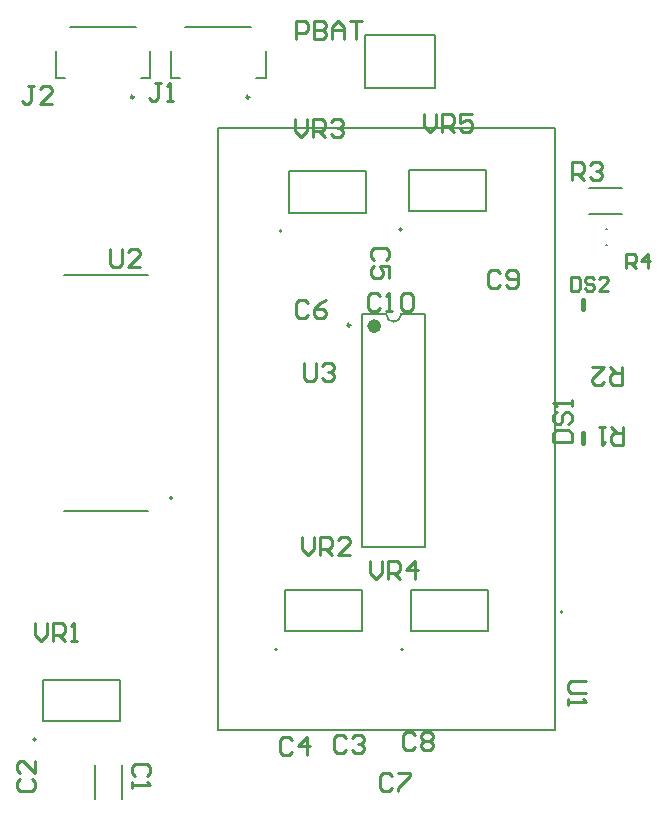
<source format=gto>
G04*
G04 #@! TF.GenerationSoftware,Altium Limited,Altium Designer,22.1.2 (22)*
G04*
G04 Layer_Color=65535*
%FSLAX42Y42*%
%MOMM*%
G71*
G04*
G04 #@! TF.SameCoordinates,3311E10D-72A5-427B-B7FE-1BE08177FCE0*
G04*
G04*
G04 #@! TF.FilePolarity,Positive*
G04*
G01*
G75*
%ADD10C,0.20*%
%ADD11C,0.25*%
%ADD12C,0.60*%
%ADD13C,0.13*%
%ADD14C,0.40*%
%ADD15C,0.25*%
D10*
X5000Y2108D02*
G03*
X5000Y2108I-10J0D01*
G01*
X3505Y4630D02*
G03*
X3632Y4630I63J0D01*
G01*
X538Y1029D02*
G03*
X538Y1029I-10J0D01*
G01*
X3650Y1791D02*
G03*
X3650Y1791I-10J0D01*
G01*
X2583D02*
G03*
X2583Y1791I-10J0D01*
G01*
X1693Y3073D02*
G03*
X1693Y3073I-10J0D01*
G01*
X3637Y5347D02*
G03*
X3637Y5347I-10J0D01*
G01*
X2621Y5334D02*
G03*
X2621Y5334I-10J0D01*
G01*
X1803Y7058D02*
X2363D01*
X2483Y6633D02*
Y6858D01*
X2403Y6633D02*
X2483D01*
X1683D02*
X1763D01*
X1683D02*
Y6858D01*
X825Y7058D02*
X1385D01*
X1505Y6633D02*
Y6858D01*
X1425Y6633D02*
X1505D01*
X705D02*
X785D01*
X705D02*
Y6858D01*
X5364Y5348D02*
X5374D01*
X5364Y5218D02*
X5374D01*
X3324Y6544D02*
X3915D01*
Y6994D01*
X3324Y6544D02*
Y6994D01*
X3915D01*
X3304Y2660D02*
X3834D01*
X3632Y4630D02*
X3834D01*
X3304D02*
X3505D01*
X3834Y2660D02*
Y4630D01*
X3304Y2660D02*
Y4630D01*
X1269Y523D02*
Y815D01*
X1043Y523D02*
Y815D01*
X5219Y5696D02*
X5500D01*
X5219Y5480D02*
X5500D01*
D11*
X2345Y6468D02*
G03*
X2345Y6468I-12J0D01*
G01*
X1367D02*
G03*
X1367Y6468I-12J0D01*
G01*
X3200Y4537D02*
G03*
X3200Y4537I-12J0D01*
G01*
D12*
X3434Y4530D02*
G03*
X3434Y4530I-30J0D01*
G01*
D13*
X2082Y1112D02*
Y6207D01*
X4933D01*
X2082Y1112D02*
X4933D01*
Y6207D01*
X3826Y1112D02*
X4933D01*
X3155D02*
X3826D01*
X2082D02*
X3155D01*
X4933D02*
Y6207D01*
X2082Y1112D02*
Y6207D01*
X4396D02*
X4933D01*
X2627D02*
X4396D01*
X2082D02*
X2627D01*
X602Y1184D02*
Y1534D01*
X1252D01*
Y1184D02*
Y1534D01*
X602Y1184D02*
X1252D01*
X3713Y1946D02*
Y2296D01*
X4364D01*
Y1946D02*
Y2296D01*
X3713Y1946D02*
X4364D01*
X2647D02*
Y2296D01*
X3297D01*
Y1946D02*
Y2296D01*
X2647Y1946D02*
X3297D01*
X775Y2962D02*
X1485D01*
X775Y4962D02*
X1485D01*
X3701Y5502D02*
Y5852D01*
X4351D01*
Y5502D02*
Y5852D01*
X3701Y5502D02*
X4351D01*
X2685Y5489D02*
Y5839D01*
X3335D01*
Y5489D02*
Y5839D01*
X2685Y5489D02*
X3335D01*
D14*
X5169Y4672D02*
Y4752D01*
Y3541D02*
Y3621D01*
D15*
X2794Y2743D02*
Y2642D01*
X2845Y2591D01*
X2896Y2642D01*
Y2743D01*
X2946Y2591D02*
Y2743D01*
X3023D01*
X3048Y2718D01*
Y2667D01*
X3023Y2642D01*
X2946D01*
X2997D02*
X3048Y2591D01*
X3200D02*
X3099D01*
X3200Y2692D01*
Y2718D01*
X3175Y2743D01*
X3124D01*
X3099Y2718D01*
X5066Y4949D02*
Y4830D01*
X5126D01*
X5146Y4850D01*
Y4929D01*
X5126Y4949D01*
X5066D01*
X5266Y4929D02*
X5246Y4949D01*
X5206D01*
X5186Y4929D01*
Y4910D01*
X5206Y4890D01*
X5246D01*
X5266Y4870D01*
Y4850D01*
X5246Y4830D01*
X5206D01*
X5186Y4850D01*
X5386Y4830D02*
X5306D01*
X5386Y4910D01*
Y4929D01*
X5366Y4949D01*
X5326D01*
X5306Y4929D01*
X5539Y5020D02*
Y5140D01*
X5599D01*
X5619Y5120D01*
Y5080D01*
X5599Y5060D01*
X5539D01*
X5579D02*
X5619Y5020D01*
X5719D02*
Y5140D01*
X5659Y5080D01*
X5739D01*
X4921Y3547D02*
X5074D01*
Y3623D01*
X5048Y3649D01*
X4947D01*
X4921Y3623D01*
Y3547D01*
X4947Y3801D02*
X4921Y3776D01*
Y3725D01*
X4947Y3699D01*
X4972D01*
X4997Y3725D01*
Y3776D01*
X5023Y3801D01*
X5048D01*
X5074Y3776D01*
Y3725D01*
X5048Y3699D01*
X5074Y3852D02*
Y3903D01*
Y3877D01*
X4921D01*
X4947Y3852D01*
X3823Y6325D02*
Y6223D01*
X3874Y6172D01*
X3924Y6223D01*
Y6325D01*
X3975Y6172D02*
Y6325D01*
X4051D01*
X4077Y6299D01*
Y6248D01*
X4051Y6223D01*
X3975D01*
X4026D02*
X4077Y6172D01*
X4229Y6325D02*
X4127D01*
Y6248D01*
X4178Y6274D01*
X4204D01*
X4229Y6248D01*
Y6198D01*
X4204Y6172D01*
X4153D01*
X4127Y6198D01*
X3366Y2540D02*
Y2438D01*
X3416Y2388D01*
X3467Y2438D01*
Y2540D01*
X3518Y2388D02*
Y2540D01*
X3594D01*
X3619Y2515D01*
Y2464D01*
X3594Y2438D01*
X3518D01*
X3569D02*
X3619Y2388D01*
X3746D02*
Y2540D01*
X3670Y2464D01*
X3772D01*
X2731Y6286D02*
Y6185D01*
X2781Y6134D01*
X2832Y6185D01*
Y6286D01*
X2883Y6134D02*
Y6286D01*
X2959D01*
X2984Y6261D01*
Y6210D01*
X2959Y6185D01*
X2883D01*
X2934D02*
X2984Y6134D01*
X3035Y6261D02*
X3061Y6286D01*
X3111D01*
X3137Y6261D01*
Y6236D01*
X3111Y6210D01*
X3086D01*
X3111D01*
X3137Y6185D01*
Y6160D01*
X3111Y6134D01*
X3061D01*
X3035Y6160D01*
X535Y2015D02*
Y1914D01*
X585Y1863D01*
X636Y1914D01*
Y2015D01*
X687Y1863D02*
Y2015D01*
X763D01*
X789Y1990D01*
Y1939D01*
X763Y1914D01*
X687D01*
X738D02*
X789Y1863D01*
X839D02*
X890D01*
X865D01*
Y2015D01*
X839Y1990D01*
X2807Y4216D02*
Y4089D01*
X2832Y4064D01*
X2883D01*
X2908Y4089D01*
Y4216D01*
X2959Y4191D02*
X2984Y4216D01*
X3035D01*
X3061Y4191D01*
Y4166D01*
X3035Y4140D01*
X3010D01*
X3035D01*
X3061Y4115D01*
Y4089D01*
X3035Y4064D01*
X2984D01*
X2959Y4089D01*
X1168Y5182D02*
Y5055D01*
X1194Y5029D01*
X1245D01*
X1270Y5055D01*
Y5182D01*
X1422Y5029D02*
X1321D01*
X1422Y5131D01*
Y5156D01*
X1397Y5182D01*
X1346D01*
X1321Y5156D01*
X5194Y1524D02*
X5067D01*
X5042Y1499D01*
Y1448D01*
X5067Y1422D01*
X5194D01*
X5042Y1372D02*
Y1321D01*
Y1346D01*
X5194D01*
X5169Y1372D01*
X5080Y5766D02*
Y5918D01*
X5156D01*
X5182Y5893D01*
Y5842D01*
X5156Y5817D01*
X5080D01*
X5131D02*
X5182Y5766D01*
X5232Y5893D02*
X5258Y5918D01*
X5309D01*
X5334Y5893D01*
Y5867D01*
X5309Y5842D01*
X5283D01*
X5309D01*
X5334Y5817D01*
Y5791D01*
X5309Y5766D01*
X5258D01*
X5232Y5791D01*
X5500Y4185D02*
Y4032D01*
X5424D01*
X5399Y4058D01*
Y4108D01*
X5424Y4134D01*
X5500D01*
X5450D02*
X5399Y4185D01*
X5246D02*
X5348D01*
X5246Y4083D01*
Y4058D01*
X5272Y4032D01*
X5323D01*
X5348Y4058D01*
X5513Y3677D02*
Y3524D01*
X5437D01*
X5412Y3550D01*
Y3600D01*
X5437Y3626D01*
X5513D01*
X5462D02*
X5412Y3677D01*
X5361D02*
X5310D01*
X5335D01*
Y3524D01*
X5361Y3550D01*
X2743Y6960D02*
Y7112D01*
X2819D01*
X2845Y7087D01*
Y7036D01*
X2819Y7010D01*
X2743D01*
X2896Y7112D02*
Y6960D01*
X2972D01*
X2997Y6985D01*
Y7010D01*
X2972Y7036D01*
X2896D01*
X2972D01*
X2997Y7061D01*
Y7087D01*
X2972Y7112D01*
X2896D01*
X3048Y6960D02*
Y7061D01*
X3099Y7112D01*
X3150Y7061D01*
Y6960D01*
Y7036D01*
X3048D01*
X3200Y7112D02*
X3302D01*
X3251D01*
Y6960D01*
X521Y6566D02*
X470D01*
X495D01*
Y6439D01*
X470Y6414D01*
X445D01*
X419Y6439D01*
X673Y6414D02*
X571D01*
X673Y6515D01*
Y6540D01*
X648Y6566D01*
X597D01*
X571Y6540D01*
X1600Y6591D02*
X1549D01*
X1575D01*
Y6464D01*
X1549Y6439D01*
X1524D01*
X1499Y6464D01*
X1651Y6439D02*
X1702D01*
X1676D01*
Y6591D01*
X1651Y6566D01*
X3454Y4788D02*
X3429Y4813D01*
X3378D01*
X3353Y4788D01*
Y4686D01*
X3378Y4661D01*
X3429D01*
X3454Y4686D01*
X3505Y4661D02*
X3556D01*
X3531D01*
Y4813D01*
X3505Y4788D01*
X3632D02*
X3658Y4813D01*
X3708D01*
X3734Y4788D01*
Y4686D01*
X3708Y4661D01*
X3658D01*
X3632Y4686D01*
Y4788D01*
X4470Y4978D02*
X4445Y5004D01*
X4394D01*
X4369Y4978D01*
Y4877D01*
X4394Y4851D01*
X4445D01*
X4470Y4877D01*
X4521D02*
X4547Y4851D01*
X4597D01*
X4623Y4877D01*
Y4978D01*
X4597Y5004D01*
X4547D01*
X4521Y4978D01*
Y4953D01*
X4547Y4928D01*
X4623D01*
X3747Y1067D02*
X3721Y1092D01*
X3670D01*
X3645Y1067D01*
Y965D01*
X3670Y940D01*
X3721D01*
X3747Y965D01*
X3797Y1067D02*
X3823Y1092D01*
X3873D01*
X3899Y1067D01*
Y1041D01*
X3873Y1016D01*
X3899Y991D01*
Y965D01*
X3873Y940D01*
X3823D01*
X3797Y965D01*
Y991D01*
X3823Y1016D01*
X3797Y1041D01*
Y1067D01*
X3823Y1016D02*
X3873D01*
X3556Y724D02*
X3531Y749D01*
X3480D01*
X3454Y724D01*
Y622D01*
X3480Y597D01*
X3531D01*
X3556Y622D01*
X3607Y749D02*
X3708D01*
Y724D01*
X3607Y622D01*
Y597D01*
X2845Y4724D02*
X2819Y4750D01*
X2769D01*
X2743Y4724D01*
Y4623D01*
X2769Y4597D01*
X2819D01*
X2845Y4623D01*
X2997Y4750D02*
X2946Y4724D01*
X2896Y4674D01*
Y4623D01*
X2921Y4597D01*
X2972D01*
X2997Y4623D01*
Y4648D01*
X2972Y4674D01*
X2896D01*
X3505Y5093D02*
X3531Y5118D01*
Y5169D01*
X3505Y5194D01*
X3404D01*
X3378Y5169D01*
Y5118D01*
X3404Y5093D01*
X3531Y4940D02*
Y5042D01*
X3454D01*
X3480Y4991D01*
Y4966D01*
X3454Y4940D01*
X3404D01*
X3378Y4966D01*
Y5017D01*
X3404Y5042D01*
X2705Y1029D02*
X2680Y1054D01*
X2629D01*
X2604Y1029D01*
Y927D01*
X2629Y902D01*
X2680D01*
X2705Y927D01*
X2832Y902D02*
Y1054D01*
X2756Y978D01*
X2857D01*
X3162Y1041D02*
X3137Y1067D01*
X3086D01*
X3061Y1041D01*
Y940D01*
X3086Y914D01*
X3137D01*
X3162Y940D01*
X3213Y1041D02*
X3238Y1067D01*
X3289D01*
X3315Y1041D01*
Y1016D01*
X3289Y991D01*
X3264D01*
X3289D01*
X3315Y965D01*
Y940D01*
X3289Y914D01*
X3238D01*
X3213Y940D01*
X408Y693D02*
X382Y668D01*
Y617D01*
X408Y592D01*
X509D01*
X535Y617D01*
Y668D01*
X509Y693D01*
X535Y846D02*
Y744D01*
X433Y846D01*
X408D01*
X382Y820D01*
Y769D01*
X408Y744D01*
X1482Y723D02*
X1507Y749D01*
Y800D01*
X1482Y825D01*
X1380D01*
X1355Y800D01*
Y749D01*
X1380Y723D01*
X1355Y673D02*
Y622D01*
Y647D01*
X1507D01*
X1482Y673D01*
M02*

</source>
